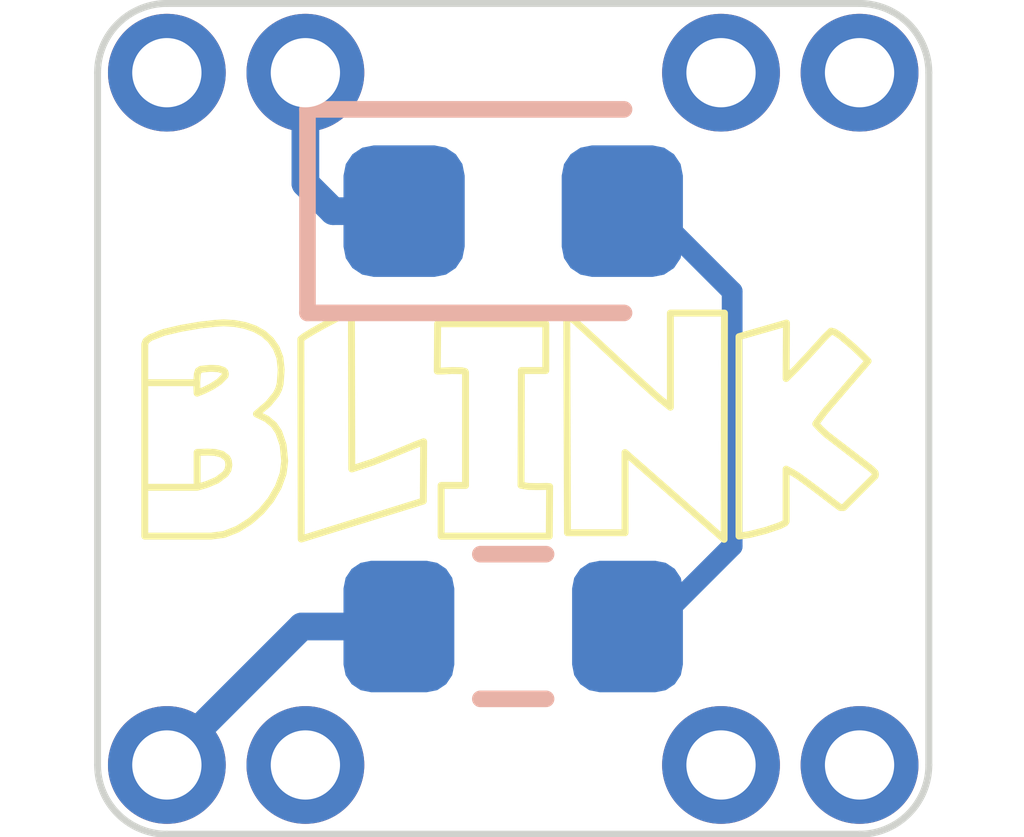
<source format=kicad_pcb>
(kicad_pcb (version 20241229) (generator "pcbnew") (generator_version "9.0")
  (layers (0 "F.Cu" signal) (2 "B.Cu" signal) (13 "F.Paste" user) (15 "B.Paste" user) (5 "F.SilkS" user "F.Silkscreen") (7 "B.SilkS" user "B.Silkscreen") (1 "F.Mask" user) (3 "B.Mask" user) (25 "Edge.Cuts" user))
  (net 0 "")
  (net 1 "Net-(D1-A)")
  (net 2 "GND")
  (net 5 "CLK")
  (footprint "Microbadge V2:Microbadge_V2_simple_round" (layer "F.Cu") (at 136.5 103.5)
    (property "Reference" "MCB1" (hide yes))
    (property "Value" "Microbadge V2 Full" (hide yes))
    (fp_line (start -3 2.5) (end -3 -2.5) (stroke (width 0.05)) (layer "Edge.Cuts"))
    (fp_line (start -2.5 -3) (end 2.5 -3) (stroke (width 0.05)) (layer "Edge.Cuts"))
    (fp_line (start 2.5 3) (end -2.5 3) (stroke (width 0.05)) (layer "Edge.Cuts"))
    (fp_line (start 3 -2.5) (end 3 2.5) (stroke (width 0.05)) (layer "Edge.Cuts"))
    (fp_arc (start -3 -2.5) (mid -2.853553 -2.853553) (end -2.5 -3) (stroke (width 0.05)) (layer "Edge.Cuts"))
    (fp_arc (start -2.5 3) (mid -2.853553 2.853553) (end -3 2.5) (stroke (width 0.05)) (layer "Edge.Cuts"))
    (fp_arc (start 2.5 -3) (mid 2.853553 -2.853553) (end 3 -2.5) (stroke (width 0.05)) (layer "Edge.Cuts"))
    (fp_arc (start 3 2.5) (mid 2.853553 2.853553) (end 2.5 3) (stroke (width 0.05)) (layer "Edge.Cuts"))
    (pad "1" thru_hole circle (at -2.5 -2.5 90) (size 0.85 0.85) (drill 0.5) (layers "*.Cu" "*.Mask"))
    (pad "2" thru_hole circle (at -1.5 -2.5 90) (size 0.85 0.85) (drill 0.5) (layers "*.Cu" "*.Mask") (net 2 "GND"))
    (pad "5" thru_hole circle (at 1.5 -2.5 90) (size 0.85 0.85) (drill 0.5) (layers "*.Cu" "*.Mask"))
    (pad "6" thru_hole circle (at 2.5 -2.5 90) (size 0.85 0.85) (drill 0.5) (layers "*.Cu" "*.Mask") (net 2 "GND"))
    (pad "7" thru_hole circle (at -2.5 2.5 90) (size 0.85 0.85) (drill 0.5) (layers "*.Cu" "*.Mask") (net 5 "CLK"))
    (pad "8" thru_hole circle (at -1.5 2.5 90) (size 0.85 0.85) (drill 0.5) (layers "*.Cu" "*.Mask"))
    (pad "11" thru_hole circle (at 1.5 2.5 90) (size 0.85 0.85) (drill 0.5) (layers "*.Cu" "*.Mask"))
    (pad "12" thru_hole circle (at 2.5 2.5 90) (size 0.85 0.85) (drill 0.5) (layers "*.Cu" "*.Mask") (net 2 "GND"))
  )
  (footprint "Resistor_SMD:R_0603_1608Metric" (layer "B.Cu") (at 136.5 105)
    (property "Reference" "R1" (hide yes))
    (property "Value" "R" (hide yes))
    (fp_line (start -0.237258 -0.5225) (end 0.237258 -0.5225) (stroke (width 0.12)) (layer "B.SilkS"))
    (fp_line (start -0.237258 0.5225) (end 0.237258 0.5225) (stroke (width 0.12)) (layer "B.SilkS"))
    (pad "1" smd roundrect (at -0.825 0) (size 0.8 0.95) (layers "B.Cu" "B.Mask" "B.Paste") (net 5 "CLK"))
    (pad "2" smd roundrect (at 0.825 0) (size 0.8 0.95) (layers "B.Cu" "B.Mask" "B.Paste") (net 1 "Net-(D1-A)"))
  )
  (footprint "LED_SMD:LED_0603_1608Metric" (layer "B.Cu") (at 136.5 102)
    (property "Reference" "D1" (hide yes))
    (property "Value" "LED" (hide yes))
    (fp_line (start -1.485 -0.735) (end 0.8 -0.735) (stroke (width 0.12)) (layer "B.SilkS"))
    (fp_line (start -1.485 0.735) (end -1.485 -0.735) (stroke (width 0.12)) (layer "B.SilkS"))
    (fp_line (start 0.8 0.735) (end -1.485 0.735) (stroke (width 0.12)) (layer "B.SilkS"))
    (pad "1" smd roundrect (at -0.7875 0) (size 0.875 0.95) (layers "B.Cu" "B.Mask" "B.Paste") (net 2 "GND"))
    (pad "2" smd roundrect (at 0.7875 0) (size 0.875 0.95) (layers "B.Cu" "B.Mask" "B.Paste") (net 1 "Net-(D1-A)"))
  )
  (gr_poly (pts (xy 135.334851 103.86197) (xy 135.485977 103.81284) (xy 135.655897 103.744916) (xy 135.795701 103.686994) (xy 135.853623 103.665562) (xy 135.851095 104.093659) (xy 134.969733 104.368102) (xy 134.967205 102.925213) (xy 134.989846 102.906309) (xy 135.047768 102.871028) (xy 135.125804 102.826954) (xy 135.208895 102.782881) (xy 135.281985 102.743863) (xy 135.332324 102.716166)) (stroke (width 0.05)) (fill no) (layer "F.SilkS"))
  (gr_poly (pts (xy 136.735206 103.151187) (xy 136.558911 103.151187) (xy 136.556383 103.979463) (xy 136.610459 103.988256) (xy 136.677283 103.989465) (xy 136.737734 103.988256) (xy 136.762903 103.989465) (xy 136.760375 104.347) (xy 135.979689 104.347) (xy 135.979689 103.981221) (xy 136.155984 103.981221) (xy 136.155984 103.165145) (xy 136.152524 103.158129) (xy 136.128287 103.152615) (xy 136.057725 103.151296) (xy 135.984745 103.155033) (xy 135.951992 103.155033) (xy 135.95452 102.813545) (xy 136.735206 102.813545)) (stroke (width 0.05)) (fill no) (layer "F.SilkS"))
  (gr_poly (pts (xy 138.469794 103.208779) (xy 138.54783 103.130633) (xy 138.653672 103.016108) (xy 138.748084 102.911584) (xy 138.794686 102.866302) (xy 138.818751 102.872873) (xy 138.861401 102.900264) (xy 138.949548 102.974562) (xy 139.027584 103.048861) (xy 139.061655 103.082823) (xy 138.759405 103.435412) (xy 138.743028 103.455525) (xy 138.720387 103.48575) (xy 138.697746 103.515975) (xy 138.683897 103.536089) (xy 138.720277 103.575217) (xy 138.759405 103.611706) (xy 139.086825 103.863509) (xy 139.111994 103.888678) (xy 139.113203 103.893734) (xy 139.114522 103.901207) (xy 139.113203 103.91011) (xy 139.111994 103.913847) (xy 138.885361 104.14048) (xy 138.860192 104.14048) (xy 138.799632 104.095197) (xy 138.709066 104.025954) (xy 138.618391 103.957921) (xy 138.557941 103.913847) (xy 138.515186 103.887469) (xy 138.469794 103.863509) (xy 138.469794 104.241267) (xy 138.462361 104.252253) (xy 138.424401 104.271492) (xy 138.319878 104.306773) (xy 138.205352 104.335679) (xy 138.129845 104.347) (xy 138.129845 102.906528) (xy 138.472322 102.808379)) (stroke (width 0.05)) (fill no) (layer "F.SilkS"))
  (gr_poly (pts (xy 134.487377 102.811242) (xy 134.563508 102.825415) (xy 134.635418 102.850034) (xy 134.696938 102.884657) (xy 134.748981 102.930738) (xy 134.790141 102.98929) (xy 134.816119 103.05812) (xy 134.825422 103.144372) (xy 134.817838 103.246478) (xy 134.806708 103.286375) (xy 134.788822 103.322095) (xy 134.733428 103.390239) (xy 134.6466 103.464538) (xy 134.720142 103.500068) (xy 134.772518 103.543711) (xy 134.807727 103.59566) (xy 134.839299 103.689338) (xy 134.850591 103.804927) (xy 134.839432 103.895276) (xy 134.80399 103.992762) (xy 134.750208 104.08498) (xy 134.681771 104.167957) (xy 134.601164 104.239211) (xy 134.510532 104.296551) (xy 134.413441 104.334765) (xy 134.31918 104.347) (xy 133.840745 104.347) (xy 133.840745 103.742608) (xy 134.218503 103.742608) (xy 134.218503 103.994411) (xy 134.287746 103.974297) (xy 134.362044 103.942863) (xy 134.422495 103.89758) (xy 134.441316 103.868403) (xy 134.447664 103.833284) (xy 134.443847 103.803073) (xy 134.433815 103.782945) (xy 134.397325 103.755248) (xy 134.346877 103.742608) (xy 134.294011 103.74008) (xy 134.254993 103.741399) (xy 134.218503 103.742608) (xy 133.840745 103.742608) (xy 133.840745 103.239004) (xy 134.215975 103.239004) (xy 134.217184 103.278022) (xy 134.218503 103.314512) (xy 134.268841 103.294398) (xy 134.324236 103.266701) (xy 134.378311 103.23142) (xy 134.419967 103.188556) (xy 134.421176 103.18361) (xy 134.422495 103.176026) (xy 134.418699 103.160633) (xy 134.407327 103.149648) (xy 134.372046 103.138217) (xy 134.331819 103.135689) (xy 134.30665 103.135689) (xy 134.246748 103.14166) (xy 134.227296 103.153385) (xy 134.219733 103.177355) (xy 134.215975 103.239004) (xy 133.840745 103.239004) (xy 133.840745 102.960274) (xy 133.848991 102.937922) (xy 133.879763 102.913673) (xy 133.976703 102.875864) (xy 134.105077 102.845639) (xy 134.238616 102.822887) (xy 134.349405 102.810358) (xy 134.409855 102.806511)) (stroke (width 0.05)) (fill no) (layer "F.SilkS"))
  (gr_poly (pts (xy 138.022353 104.37052) (xy 137.307174 103.743488) (xy 137.307174 104.32271) (xy 136.891607 104.32271) (xy 136.886661 102.748809) (xy 136.949529 102.797938) (xy 137.076694 102.913782) (xy 137.237821 103.063589) (xy 137.404004 103.217242) (xy 137.546336 103.345616) (xy 137.634483 103.416178) (xy 137.634483 102.736169) (xy 138.024881 102.736169)) (stroke (width 0.05)) (fill no) (layer "F.SilkS"))
  (segment (start 138.080477 102.580477) (end 137.5 102) (width 0.15) (layer "B.Cu") (net 1))
  (segment (start 137.325 105) (end 137.5 105) (width 0.15) (layer "B.Cu") (net 1))
  (segment (start 137.5 102) (end 137.2875 102) (width 0.15) (layer "B.Cu") (net 1))
  (segment (start 137.5 105) (end 138.080477 104.419523) (width 0.15) (layer "B.Cu") (net 1))
  (segment (start 138.080477 104.419523) (end 138.080477 102.580477) (width 0.15) (layer "B.Cu") (net 1))
  (segment (start 135.7125 102) (end 135.2 102) (width 0.2) (layer "B.Cu") (net 2))
  (segment (start 135.2 102) (end 135 101.8) (width 0.2) (layer "B.Cu") (net 2))
  (segment (start 135 101.8) (end 135 101.1135) (width 0.2) (layer "B.Cu") (net 2))
  (segment (start 135.675 105) (end 134.97328 105) (width 0.2) (layer "B.Cu") (net 5))
  (segment (start 134.97328 105) (end 134.1135 105.85978) (width 0.2) (layer "B.Cu") (net 5))
)
</source>
